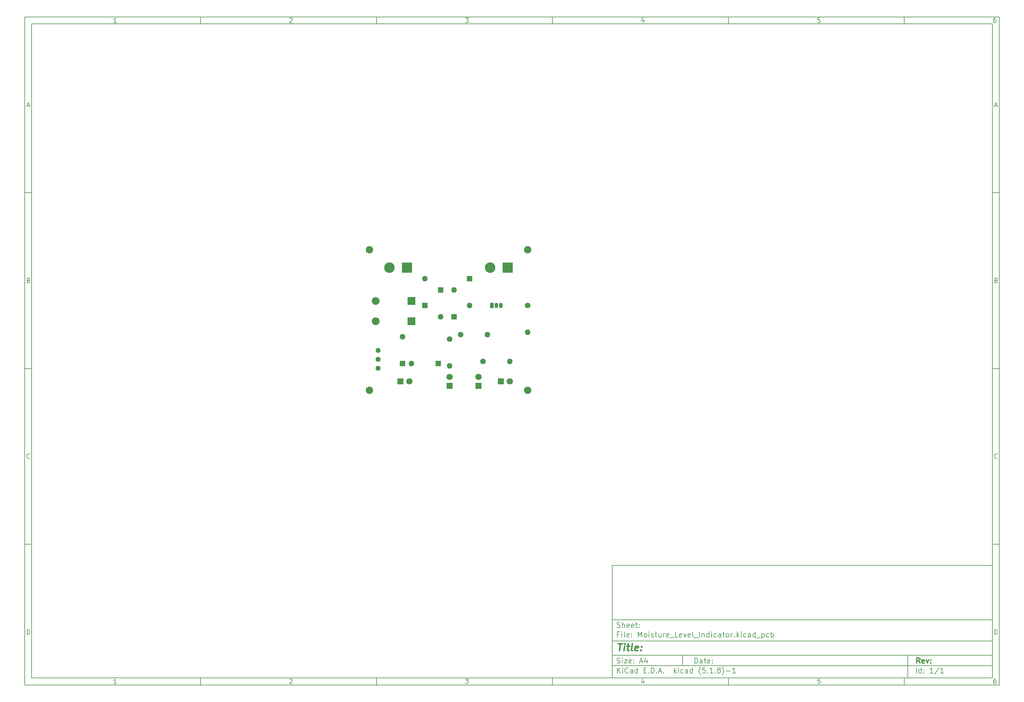
<source format=gts>
%TF.GenerationSoftware,KiCad,Pcbnew,(5.1.8)-1*%
%TF.CreationDate,2021-07-18T22:50:52-07:00*%
%TF.ProjectId,Moisture_Level_Indicator,4d6f6973-7475-4726-955f-4c6576656c5f,rev?*%
%TF.SameCoordinates,Original*%
%TF.FileFunction,Soldermask,Top*%
%TF.FilePolarity,Negative*%
%FSLAX46Y46*%
G04 Gerber Fmt 4.6, Leading zero omitted, Abs format (unit mm)*
G04 Created by KiCad (PCBNEW (5.1.8)-1) date 2021-07-18 22:50:52*
%MOMM*%
%LPD*%
G01*
G04 APERTURE LIST*
%ADD10C,0.100000*%
%ADD11C,0.150000*%
%ADD12C,0.300000*%
%ADD13C,0.400000*%
%ADD14C,2.100000*%
%ADD15R,1.600000X1.600000*%
%ADD16O,1.600000X1.600000*%
%ADD17C,1.800000*%
%ADD18R,1.800000X1.800000*%
%ADD19R,3.000000X3.000000*%
%ADD20C,3.000000*%
%ADD21O,1.050000X1.500000*%
%ADD22R,1.050000X1.500000*%
%ADD23C,1.600000*%
%ADD24C,1.440000*%
%ADD25R,2.200000X2.200000*%
%ADD26O,2.200000X2.200000*%
G04 APERTURE END LIST*
D10*
D11*
X177002200Y-166007200D02*
X177002200Y-198007200D01*
X285002200Y-198007200D01*
X285002200Y-166007200D01*
X177002200Y-166007200D01*
D10*
D11*
X10000000Y-10000000D02*
X10000000Y-200007200D01*
X287002200Y-200007200D01*
X287002200Y-10000000D01*
X10000000Y-10000000D01*
D10*
D11*
X12000000Y-12000000D02*
X12000000Y-198007200D01*
X285002200Y-198007200D01*
X285002200Y-12000000D01*
X12000000Y-12000000D01*
D10*
D11*
X60000000Y-12000000D02*
X60000000Y-10000000D01*
D10*
D11*
X110000000Y-12000000D02*
X110000000Y-10000000D01*
D10*
D11*
X160000000Y-12000000D02*
X160000000Y-10000000D01*
D10*
D11*
X210000000Y-12000000D02*
X210000000Y-10000000D01*
D10*
D11*
X260000000Y-12000000D02*
X260000000Y-10000000D01*
D10*
D11*
X36065476Y-11588095D02*
X35322619Y-11588095D01*
X35694047Y-11588095D02*
X35694047Y-10288095D01*
X35570238Y-10473809D01*
X35446428Y-10597619D01*
X35322619Y-10659523D01*
D10*
D11*
X85322619Y-10411904D02*
X85384523Y-10350000D01*
X85508333Y-10288095D01*
X85817857Y-10288095D01*
X85941666Y-10350000D01*
X86003571Y-10411904D01*
X86065476Y-10535714D01*
X86065476Y-10659523D01*
X86003571Y-10845238D01*
X85260714Y-11588095D01*
X86065476Y-11588095D01*
D10*
D11*
X135260714Y-10288095D02*
X136065476Y-10288095D01*
X135632142Y-10783333D01*
X135817857Y-10783333D01*
X135941666Y-10845238D01*
X136003571Y-10907142D01*
X136065476Y-11030952D01*
X136065476Y-11340476D01*
X136003571Y-11464285D01*
X135941666Y-11526190D01*
X135817857Y-11588095D01*
X135446428Y-11588095D01*
X135322619Y-11526190D01*
X135260714Y-11464285D01*
D10*
D11*
X185941666Y-10721428D02*
X185941666Y-11588095D01*
X185632142Y-10226190D02*
X185322619Y-11154761D01*
X186127380Y-11154761D01*
D10*
D11*
X236003571Y-10288095D02*
X235384523Y-10288095D01*
X235322619Y-10907142D01*
X235384523Y-10845238D01*
X235508333Y-10783333D01*
X235817857Y-10783333D01*
X235941666Y-10845238D01*
X236003571Y-10907142D01*
X236065476Y-11030952D01*
X236065476Y-11340476D01*
X236003571Y-11464285D01*
X235941666Y-11526190D01*
X235817857Y-11588095D01*
X235508333Y-11588095D01*
X235384523Y-11526190D01*
X235322619Y-11464285D01*
D10*
D11*
X285941666Y-10288095D02*
X285694047Y-10288095D01*
X285570238Y-10350000D01*
X285508333Y-10411904D01*
X285384523Y-10597619D01*
X285322619Y-10845238D01*
X285322619Y-11340476D01*
X285384523Y-11464285D01*
X285446428Y-11526190D01*
X285570238Y-11588095D01*
X285817857Y-11588095D01*
X285941666Y-11526190D01*
X286003571Y-11464285D01*
X286065476Y-11340476D01*
X286065476Y-11030952D01*
X286003571Y-10907142D01*
X285941666Y-10845238D01*
X285817857Y-10783333D01*
X285570238Y-10783333D01*
X285446428Y-10845238D01*
X285384523Y-10907142D01*
X285322619Y-11030952D01*
D10*
D11*
X60000000Y-198007200D02*
X60000000Y-200007200D01*
D10*
D11*
X110000000Y-198007200D02*
X110000000Y-200007200D01*
D10*
D11*
X160000000Y-198007200D02*
X160000000Y-200007200D01*
D10*
D11*
X210000000Y-198007200D02*
X210000000Y-200007200D01*
D10*
D11*
X260000000Y-198007200D02*
X260000000Y-200007200D01*
D10*
D11*
X36065476Y-199595295D02*
X35322619Y-199595295D01*
X35694047Y-199595295D02*
X35694047Y-198295295D01*
X35570238Y-198481009D01*
X35446428Y-198604819D01*
X35322619Y-198666723D01*
D10*
D11*
X85322619Y-198419104D02*
X85384523Y-198357200D01*
X85508333Y-198295295D01*
X85817857Y-198295295D01*
X85941666Y-198357200D01*
X86003571Y-198419104D01*
X86065476Y-198542914D01*
X86065476Y-198666723D01*
X86003571Y-198852438D01*
X85260714Y-199595295D01*
X86065476Y-199595295D01*
D10*
D11*
X135260714Y-198295295D02*
X136065476Y-198295295D01*
X135632142Y-198790533D01*
X135817857Y-198790533D01*
X135941666Y-198852438D01*
X136003571Y-198914342D01*
X136065476Y-199038152D01*
X136065476Y-199347676D01*
X136003571Y-199471485D01*
X135941666Y-199533390D01*
X135817857Y-199595295D01*
X135446428Y-199595295D01*
X135322619Y-199533390D01*
X135260714Y-199471485D01*
D10*
D11*
X185941666Y-198728628D02*
X185941666Y-199595295D01*
X185632142Y-198233390D02*
X185322619Y-199161961D01*
X186127380Y-199161961D01*
D10*
D11*
X236003571Y-198295295D02*
X235384523Y-198295295D01*
X235322619Y-198914342D01*
X235384523Y-198852438D01*
X235508333Y-198790533D01*
X235817857Y-198790533D01*
X235941666Y-198852438D01*
X236003571Y-198914342D01*
X236065476Y-199038152D01*
X236065476Y-199347676D01*
X236003571Y-199471485D01*
X235941666Y-199533390D01*
X235817857Y-199595295D01*
X235508333Y-199595295D01*
X235384523Y-199533390D01*
X235322619Y-199471485D01*
D10*
D11*
X285941666Y-198295295D02*
X285694047Y-198295295D01*
X285570238Y-198357200D01*
X285508333Y-198419104D01*
X285384523Y-198604819D01*
X285322619Y-198852438D01*
X285322619Y-199347676D01*
X285384523Y-199471485D01*
X285446428Y-199533390D01*
X285570238Y-199595295D01*
X285817857Y-199595295D01*
X285941666Y-199533390D01*
X286003571Y-199471485D01*
X286065476Y-199347676D01*
X286065476Y-199038152D01*
X286003571Y-198914342D01*
X285941666Y-198852438D01*
X285817857Y-198790533D01*
X285570238Y-198790533D01*
X285446428Y-198852438D01*
X285384523Y-198914342D01*
X285322619Y-199038152D01*
D10*
D11*
X10000000Y-60000000D02*
X12000000Y-60000000D01*
D10*
D11*
X10000000Y-110000000D02*
X12000000Y-110000000D01*
D10*
D11*
X10000000Y-160000000D02*
X12000000Y-160000000D01*
D10*
D11*
X10690476Y-35216666D02*
X11309523Y-35216666D01*
X10566666Y-35588095D02*
X11000000Y-34288095D01*
X11433333Y-35588095D01*
D10*
D11*
X11092857Y-84907142D02*
X11278571Y-84969047D01*
X11340476Y-85030952D01*
X11402380Y-85154761D01*
X11402380Y-85340476D01*
X11340476Y-85464285D01*
X11278571Y-85526190D01*
X11154761Y-85588095D01*
X10659523Y-85588095D01*
X10659523Y-84288095D01*
X11092857Y-84288095D01*
X11216666Y-84350000D01*
X11278571Y-84411904D01*
X11340476Y-84535714D01*
X11340476Y-84659523D01*
X11278571Y-84783333D01*
X11216666Y-84845238D01*
X11092857Y-84907142D01*
X10659523Y-84907142D01*
D10*
D11*
X11402380Y-135464285D02*
X11340476Y-135526190D01*
X11154761Y-135588095D01*
X11030952Y-135588095D01*
X10845238Y-135526190D01*
X10721428Y-135402380D01*
X10659523Y-135278571D01*
X10597619Y-135030952D01*
X10597619Y-134845238D01*
X10659523Y-134597619D01*
X10721428Y-134473809D01*
X10845238Y-134350000D01*
X11030952Y-134288095D01*
X11154761Y-134288095D01*
X11340476Y-134350000D01*
X11402380Y-134411904D01*
D10*
D11*
X10659523Y-185588095D02*
X10659523Y-184288095D01*
X10969047Y-184288095D01*
X11154761Y-184350000D01*
X11278571Y-184473809D01*
X11340476Y-184597619D01*
X11402380Y-184845238D01*
X11402380Y-185030952D01*
X11340476Y-185278571D01*
X11278571Y-185402380D01*
X11154761Y-185526190D01*
X10969047Y-185588095D01*
X10659523Y-185588095D01*
D10*
D11*
X287002200Y-60000000D02*
X285002200Y-60000000D01*
D10*
D11*
X287002200Y-110000000D02*
X285002200Y-110000000D01*
D10*
D11*
X287002200Y-160000000D02*
X285002200Y-160000000D01*
D10*
D11*
X285692676Y-35216666D02*
X286311723Y-35216666D01*
X285568866Y-35588095D02*
X286002200Y-34288095D01*
X286435533Y-35588095D01*
D10*
D11*
X286095057Y-84907142D02*
X286280771Y-84969047D01*
X286342676Y-85030952D01*
X286404580Y-85154761D01*
X286404580Y-85340476D01*
X286342676Y-85464285D01*
X286280771Y-85526190D01*
X286156961Y-85588095D01*
X285661723Y-85588095D01*
X285661723Y-84288095D01*
X286095057Y-84288095D01*
X286218866Y-84350000D01*
X286280771Y-84411904D01*
X286342676Y-84535714D01*
X286342676Y-84659523D01*
X286280771Y-84783333D01*
X286218866Y-84845238D01*
X286095057Y-84907142D01*
X285661723Y-84907142D01*
D10*
D11*
X286404580Y-135464285D02*
X286342676Y-135526190D01*
X286156961Y-135588095D01*
X286033152Y-135588095D01*
X285847438Y-135526190D01*
X285723628Y-135402380D01*
X285661723Y-135278571D01*
X285599819Y-135030952D01*
X285599819Y-134845238D01*
X285661723Y-134597619D01*
X285723628Y-134473809D01*
X285847438Y-134350000D01*
X286033152Y-134288095D01*
X286156961Y-134288095D01*
X286342676Y-134350000D01*
X286404580Y-134411904D01*
D10*
D11*
X285661723Y-185588095D02*
X285661723Y-184288095D01*
X285971247Y-184288095D01*
X286156961Y-184350000D01*
X286280771Y-184473809D01*
X286342676Y-184597619D01*
X286404580Y-184845238D01*
X286404580Y-185030952D01*
X286342676Y-185278571D01*
X286280771Y-185402380D01*
X286156961Y-185526190D01*
X285971247Y-185588095D01*
X285661723Y-185588095D01*
D10*
D11*
X200434342Y-193785771D02*
X200434342Y-192285771D01*
X200791485Y-192285771D01*
X201005771Y-192357200D01*
X201148628Y-192500057D01*
X201220057Y-192642914D01*
X201291485Y-192928628D01*
X201291485Y-193142914D01*
X201220057Y-193428628D01*
X201148628Y-193571485D01*
X201005771Y-193714342D01*
X200791485Y-193785771D01*
X200434342Y-193785771D01*
X202577200Y-193785771D02*
X202577200Y-193000057D01*
X202505771Y-192857200D01*
X202362914Y-192785771D01*
X202077200Y-192785771D01*
X201934342Y-192857200D01*
X202577200Y-193714342D02*
X202434342Y-193785771D01*
X202077200Y-193785771D01*
X201934342Y-193714342D01*
X201862914Y-193571485D01*
X201862914Y-193428628D01*
X201934342Y-193285771D01*
X202077200Y-193214342D01*
X202434342Y-193214342D01*
X202577200Y-193142914D01*
X203077200Y-192785771D02*
X203648628Y-192785771D01*
X203291485Y-192285771D02*
X203291485Y-193571485D01*
X203362914Y-193714342D01*
X203505771Y-193785771D01*
X203648628Y-193785771D01*
X204720057Y-193714342D02*
X204577200Y-193785771D01*
X204291485Y-193785771D01*
X204148628Y-193714342D01*
X204077200Y-193571485D01*
X204077200Y-193000057D01*
X204148628Y-192857200D01*
X204291485Y-192785771D01*
X204577200Y-192785771D01*
X204720057Y-192857200D01*
X204791485Y-193000057D01*
X204791485Y-193142914D01*
X204077200Y-193285771D01*
X205434342Y-193642914D02*
X205505771Y-193714342D01*
X205434342Y-193785771D01*
X205362914Y-193714342D01*
X205434342Y-193642914D01*
X205434342Y-193785771D01*
X205434342Y-192857200D02*
X205505771Y-192928628D01*
X205434342Y-193000057D01*
X205362914Y-192928628D01*
X205434342Y-192857200D01*
X205434342Y-193000057D01*
D10*
D11*
X177002200Y-194507200D02*
X285002200Y-194507200D01*
D10*
D11*
X178434342Y-196585771D02*
X178434342Y-195085771D01*
X179291485Y-196585771D02*
X178648628Y-195728628D01*
X179291485Y-195085771D02*
X178434342Y-195942914D01*
X179934342Y-196585771D02*
X179934342Y-195585771D01*
X179934342Y-195085771D02*
X179862914Y-195157200D01*
X179934342Y-195228628D01*
X180005771Y-195157200D01*
X179934342Y-195085771D01*
X179934342Y-195228628D01*
X181505771Y-196442914D02*
X181434342Y-196514342D01*
X181220057Y-196585771D01*
X181077200Y-196585771D01*
X180862914Y-196514342D01*
X180720057Y-196371485D01*
X180648628Y-196228628D01*
X180577200Y-195942914D01*
X180577200Y-195728628D01*
X180648628Y-195442914D01*
X180720057Y-195300057D01*
X180862914Y-195157200D01*
X181077200Y-195085771D01*
X181220057Y-195085771D01*
X181434342Y-195157200D01*
X181505771Y-195228628D01*
X182791485Y-196585771D02*
X182791485Y-195800057D01*
X182720057Y-195657200D01*
X182577200Y-195585771D01*
X182291485Y-195585771D01*
X182148628Y-195657200D01*
X182791485Y-196514342D02*
X182648628Y-196585771D01*
X182291485Y-196585771D01*
X182148628Y-196514342D01*
X182077200Y-196371485D01*
X182077200Y-196228628D01*
X182148628Y-196085771D01*
X182291485Y-196014342D01*
X182648628Y-196014342D01*
X182791485Y-195942914D01*
X184148628Y-196585771D02*
X184148628Y-195085771D01*
X184148628Y-196514342D02*
X184005771Y-196585771D01*
X183720057Y-196585771D01*
X183577200Y-196514342D01*
X183505771Y-196442914D01*
X183434342Y-196300057D01*
X183434342Y-195871485D01*
X183505771Y-195728628D01*
X183577200Y-195657200D01*
X183720057Y-195585771D01*
X184005771Y-195585771D01*
X184148628Y-195657200D01*
X186005771Y-195800057D02*
X186505771Y-195800057D01*
X186720057Y-196585771D02*
X186005771Y-196585771D01*
X186005771Y-195085771D01*
X186720057Y-195085771D01*
X187362914Y-196442914D02*
X187434342Y-196514342D01*
X187362914Y-196585771D01*
X187291485Y-196514342D01*
X187362914Y-196442914D01*
X187362914Y-196585771D01*
X188077200Y-196585771D02*
X188077200Y-195085771D01*
X188434342Y-195085771D01*
X188648628Y-195157200D01*
X188791485Y-195300057D01*
X188862914Y-195442914D01*
X188934342Y-195728628D01*
X188934342Y-195942914D01*
X188862914Y-196228628D01*
X188791485Y-196371485D01*
X188648628Y-196514342D01*
X188434342Y-196585771D01*
X188077200Y-196585771D01*
X189577200Y-196442914D02*
X189648628Y-196514342D01*
X189577200Y-196585771D01*
X189505771Y-196514342D01*
X189577200Y-196442914D01*
X189577200Y-196585771D01*
X190220057Y-196157200D02*
X190934342Y-196157200D01*
X190077200Y-196585771D02*
X190577200Y-195085771D01*
X191077200Y-196585771D01*
X191577200Y-196442914D02*
X191648628Y-196514342D01*
X191577200Y-196585771D01*
X191505771Y-196514342D01*
X191577200Y-196442914D01*
X191577200Y-196585771D01*
X194577200Y-196585771D02*
X194577200Y-195085771D01*
X194720057Y-196014342D02*
X195148628Y-196585771D01*
X195148628Y-195585771D02*
X194577200Y-196157200D01*
X195791485Y-196585771D02*
X195791485Y-195585771D01*
X195791485Y-195085771D02*
X195720057Y-195157200D01*
X195791485Y-195228628D01*
X195862914Y-195157200D01*
X195791485Y-195085771D01*
X195791485Y-195228628D01*
X197148628Y-196514342D02*
X197005771Y-196585771D01*
X196720057Y-196585771D01*
X196577200Y-196514342D01*
X196505771Y-196442914D01*
X196434342Y-196300057D01*
X196434342Y-195871485D01*
X196505771Y-195728628D01*
X196577200Y-195657200D01*
X196720057Y-195585771D01*
X197005771Y-195585771D01*
X197148628Y-195657200D01*
X198434342Y-196585771D02*
X198434342Y-195800057D01*
X198362914Y-195657200D01*
X198220057Y-195585771D01*
X197934342Y-195585771D01*
X197791485Y-195657200D01*
X198434342Y-196514342D02*
X198291485Y-196585771D01*
X197934342Y-196585771D01*
X197791485Y-196514342D01*
X197720057Y-196371485D01*
X197720057Y-196228628D01*
X197791485Y-196085771D01*
X197934342Y-196014342D01*
X198291485Y-196014342D01*
X198434342Y-195942914D01*
X199791485Y-196585771D02*
X199791485Y-195085771D01*
X199791485Y-196514342D02*
X199648628Y-196585771D01*
X199362914Y-196585771D01*
X199220057Y-196514342D01*
X199148628Y-196442914D01*
X199077200Y-196300057D01*
X199077200Y-195871485D01*
X199148628Y-195728628D01*
X199220057Y-195657200D01*
X199362914Y-195585771D01*
X199648628Y-195585771D01*
X199791485Y-195657200D01*
X202077200Y-197157200D02*
X202005771Y-197085771D01*
X201862914Y-196871485D01*
X201791485Y-196728628D01*
X201720057Y-196514342D01*
X201648628Y-196157200D01*
X201648628Y-195871485D01*
X201720057Y-195514342D01*
X201791485Y-195300057D01*
X201862914Y-195157200D01*
X202005771Y-194942914D01*
X202077200Y-194871485D01*
X203362914Y-195085771D02*
X202648628Y-195085771D01*
X202577200Y-195800057D01*
X202648628Y-195728628D01*
X202791485Y-195657200D01*
X203148628Y-195657200D01*
X203291485Y-195728628D01*
X203362914Y-195800057D01*
X203434342Y-195942914D01*
X203434342Y-196300057D01*
X203362914Y-196442914D01*
X203291485Y-196514342D01*
X203148628Y-196585771D01*
X202791485Y-196585771D01*
X202648628Y-196514342D01*
X202577200Y-196442914D01*
X204077200Y-196442914D02*
X204148628Y-196514342D01*
X204077200Y-196585771D01*
X204005771Y-196514342D01*
X204077200Y-196442914D01*
X204077200Y-196585771D01*
X205577200Y-196585771D02*
X204720057Y-196585771D01*
X205148628Y-196585771D02*
X205148628Y-195085771D01*
X205005771Y-195300057D01*
X204862914Y-195442914D01*
X204720057Y-195514342D01*
X206220057Y-196442914D02*
X206291485Y-196514342D01*
X206220057Y-196585771D01*
X206148628Y-196514342D01*
X206220057Y-196442914D01*
X206220057Y-196585771D01*
X207148628Y-195728628D02*
X207005771Y-195657200D01*
X206934342Y-195585771D01*
X206862914Y-195442914D01*
X206862914Y-195371485D01*
X206934342Y-195228628D01*
X207005771Y-195157200D01*
X207148628Y-195085771D01*
X207434342Y-195085771D01*
X207577200Y-195157200D01*
X207648628Y-195228628D01*
X207720057Y-195371485D01*
X207720057Y-195442914D01*
X207648628Y-195585771D01*
X207577200Y-195657200D01*
X207434342Y-195728628D01*
X207148628Y-195728628D01*
X207005771Y-195800057D01*
X206934342Y-195871485D01*
X206862914Y-196014342D01*
X206862914Y-196300057D01*
X206934342Y-196442914D01*
X207005771Y-196514342D01*
X207148628Y-196585771D01*
X207434342Y-196585771D01*
X207577200Y-196514342D01*
X207648628Y-196442914D01*
X207720057Y-196300057D01*
X207720057Y-196014342D01*
X207648628Y-195871485D01*
X207577200Y-195800057D01*
X207434342Y-195728628D01*
X208220057Y-197157200D02*
X208291485Y-197085771D01*
X208434342Y-196871485D01*
X208505771Y-196728628D01*
X208577200Y-196514342D01*
X208648628Y-196157200D01*
X208648628Y-195871485D01*
X208577200Y-195514342D01*
X208505771Y-195300057D01*
X208434342Y-195157200D01*
X208291485Y-194942914D01*
X208220057Y-194871485D01*
X209362914Y-196014342D02*
X210505771Y-196014342D01*
X212005771Y-196585771D02*
X211148628Y-196585771D01*
X211577200Y-196585771D02*
X211577200Y-195085771D01*
X211434342Y-195300057D01*
X211291485Y-195442914D01*
X211148628Y-195514342D01*
D10*
D11*
X177002200Y-191507200D02*
X285002200Y-191507200D01*
D10*
D12*
X264411485Y-193785771D02*
X263911485Y-193071485D01*
X263554342Y-193785771D02*
X263554342Y-192285771D01*
X264125771Y-192285771D01*
X264268628Y-192357200D01*
X264340057Y-192428628D01*
X264411485Y-192571485D01*
X264411485Y-192785771D01*
X264340057Y-192928628D01*
X264268628Y-193000057D01*
X264125771Y-193071485D01*
X263554342Y-193071485D01*
X265625771Y-193714342D02*
X265482914Y-193785771D01*
X265197200Y-193785771D01*
X265054342Y-193714342D01*
X264982914Y-193571485D01*
X264982914Y-193000057D01*
X265054342Y-192857200D01*
X265197200Y-192785771D01*
X265482914Y-192785771D01*
X265625771Y-192857200D01*
X265697200Y-193000057D01*
X265697200Y-193142914D01*
X264982914Y-193285771D01*
X266197200Y-192785771D02*
X266554342Y-193785771D01*
X266911485Y-192785771D01*
X267482914Y-193642914D02*
X267554342Y-193714342D01*
X267482914Y-193785771D01*
X267411485Y-193714342D01*
X267482914Y-193642914D01*
X267482914Y-193785771D01*
X267482914Y-192857200D02*
X267554342Y-192928628D01*
X267482914Y-193000057D01*
X267411485Y-192928628D01*
X267482914Y-192857200D01*
X267482914Y-193000057D01*
D10*
D11*
X178362914Y-193714342D02*
X178577200Y-193785771D01*
X178934342Y-193785771D01*
X179077200Y-193714342D01*
X179148628Y-193642914D01*
X179220057Y-193500057D01*
X179220057Y-193357200D01*
X179148628Y-193214342D01*
X179077200Y-193142914D01*
X178934342Y-193071485D01*
X178648628Y-193000057D01*
X178505771Y-192928628D01*
X178434342Y-192857200D01*
X178362914Y-192714342D01*
X178362914Y-192571485D01*
X178434342Y-192428628D01*
X178505771Y-192357200D01*
X178648628Y-192285771D01*
X179005771Y-192285771D01*
X179220057Y-192357200D01*
X179862914Y-193785771D02*
X179862914Y-192785771D01*
X179862914Y-192285771D02*
X179791485Y-192357200D01*
X179862914Y-192428628D01*
X179934342Y-192357200D01*
X179862914Y-192285771D01*
X179862914Y-192428628D01*
X180434342Y-192785771D02*
X181220057Y-192785771D01*
X180434342Y-193785771D01*
X181220057Y-193785771D01*
X182362914Y-193714342D02*
X182220057Y-193785771D01*
X181934342Y-193785771D01*
X181791485Y-193714342D01*
X181720057Y-193571485D01*
X181720057Y-193000057D01*
X181791485Y-192857200D01*
X181934342Y-192785771D01*
X182220057Y-192785771D01*
X182362914Y-192857200D01*
X182434342Y-193000057D01*
X182434342Y-193142914D01*
X181720057Y-193285771D01*
X183077200Y-193642914D02*
X183148628Y-193714342D01*
X183077200Y-193785771D01*
X183005771Y-193714342D01*
X183077200Y-193642914D01*
X183077200Y-193785771D01*
X183077200Y-192857200D02*
X183148628Y-192928628D01*
X183077200Y-193000057D01*
X183005771Y-192928628D01*
X183077200Y-192857200D01*
X183077200Y-193000057D01*
X184862914Y-193357200D02*
X185577200Y-193357200D01*
X184720057Y-193785771D02*
X185220057Y-192285771D01*
X185720057Y-193785771D01*
X186862914Y-192785771D02*
X186862914Y-193785771D01*
X186505771Y-192214342D02*
X186148628Y-193285771D01*
X187077200Y-193285771D01*
D10*
D11*
X263434342Y-196585771D02*
X263434342Y-195085771D01*
X264791485Y-196585771D02*
X264791485Y-195085771D01*
X264791485Y-196514342D02*
X264648628Y-196585771D01*
X264362914Y-196585771D01*
X264220057Y-196514342D01*
X264148628Y-196442914D01*
X264077200Y-196300057D01*
X264077200Y-195871485D01*
X264148628Y-195728628D01*
X264220057Y-195657200D01*
X264362914Y-195585771D01*
X264648628Y-195585771D01*
X264791485Y-195657200D01*
X265505771Y-196442914D02*
X265577200Y-196514342D01*
X265505771Y-196585771D01*
X265434342Y-196514342D01*
X265505771Y-196442914D01*
X265505771Y-196585771D01*
X265505771Y-195657200D02*
X265577200Y-195728628D01*
X265505771Y-195800057D01*
X265434342Y-195728628D01*
X265505771Y-195657200D01*
X265505771Y-195800057D01*
X268148628Y-196585771D02*
X267291485Y-196585771D01*
X267720057Y-196585771D02*
X267720057Y-195085771D01*
X267577200Y-195300057D01*
X267434342Y-195442914D01*
X267291485Y-195514342D01*
X269862914Y-195014342D02*
X268577200Y-196942914D01*
X271148628Y-196585771D02*
X270291485Y-196585771D01*
X270720057Y-196585771D02*
X270720057Y-195085771D01*
X270577200Y-195300057D01*
X270434342Y-195442914D01*
X270291485Y-195514342D01*
D10*
D11*
X177002200Y-187507200D02*
X285002200Y-187507200D01*
D10*
D13*
X178714580Y-188211961D02*
X179857438Y-188211961D01*
X179036009Y-190211961D02*
X179286009Y-188211961D01*
X180274104Y-190211961D02*
X180440771Y-188878628D01*
X180524104Y-188211961D02*
X180416961Y-188307200D01*
X180500295Y-188402438D01*
X180607438Y-188307200D01*
X180524104Y-188211961D01*
X180500295Y-188402438D01*
X181107438Y-188878628D02*
X181869342Y-188878628D01*
X181476485Y-188211961D02*
X181262200Y-189926247D01*
X181333628Y-190116723D01*
X181512200Y-190211961D01*
X181702676Y-190211961D01*
X182655057Y-190211961D02*
X182476485Y-190116723D01*
X182405057Y-189926247D01*
X182619342Y-188211961D01*
X184190771Y-190116723D02*
X183988390Y-190211961D01*
X183607438Y-190211961D01*
X183428866Y-190116723D01*
X183357438Y-189926247D01*
X183452676Y-189164342D01*
X183571723Y-188973866D01*
X183774104Y-188878628D01*
X184155057Y-188878628D01*
X184333628Y-188973866D01*
X184405057Y-189164342D01*
X184381247Y-189354819D01*
X183405057Y-189545295D01*
X185155057Y-190021485D02*
X185238390Y-190116723D01*
X185131247Y-190211961D01*
X185047914Y-190116723D01*
X185155057Y-190021485D01*
X185131247Y-190211961D01*
X185286009Y-188973866D02*
X185369342Y-189069104D01*
X185262200Y-189164342D01*
X185178866Y-189069104D01*
X185286009Y-188973866D01*
X185262200Y-189164342D01*
D10*
D11*
X178934342Y-185600057D02*
X178434342Y-185600057D01*
X178434342Y-186385771D02*
X178434342Y-184885771D01*
X179148628Y-184885771D01*
X179720057Y-186385771D02*
X179720057Y-185385771D01*
X179720057Y-184885771D02*
X179648628Y-184957200D01*
X179720057Y-185028628D01*
X179791485Y-184957200D01*
X179720057Y-184885771D01*
X179720057Y-185028628D01*
X180648628Y-186385771D02*
X180505771Y-186314342D01*
X180434342Y-186171485D01*
X180434342Y-184885771D01*
X181791485Y-186314342D02*
X181648628Y-186385771D01*
X181362914Y-186385771D01*
X181220057Y-186314342D01*
X181148628Y-186171485D01*
X181148628Y-185600057D01*
X181220057Y-185457200D01*
X181362914Y-185385771D01*
X181648628Y-185385771D01*
X181791485Y-185457200D01*
X181862914Y-185600057D01*
X181862914Y-185742914D01*
X181148628Y-185885771D01*
X182505771Y-186242914D02*
X182577200Y-186314342D01*
X182505771Y-186385771D01*
X182434342Y-186314342D01*
X182505771Y-186242914D01*
X182505771Y-186385771D01*
X182505771Y-185457200D02*
X182577200Y-185528628D01*
X182505771Y-185600057D01*
X182434342Y-185528628D01*
X182505771Y-185457200D01*
X182505771Y-185600057D01*
X184362914Y-186385771D02*
X184362914Y-184885771D01*
X184862914Y-185957200D01*
X185362914Y-184885771D01*
X185362914Y-186385771D01*
X186291485Y-186385771D02*
X186148628Y-186314342D01*
X186077200Y-186242914D01*
X186005771Y-186100057D01*
X186005771Y-185671485D01*
X186077200Y-185528628D01*
X186148628Y-185457200D01*
X186291485Y-185385771D01*
X186505771Y-185385771D01*
X186648628Y-185457200D01*
X186720057Y-185528628D01*
X186791485Y-185671485D01*
X186791485Y-186100057D01*
X186720057Y-186242914D01*
X186648628Y-186314342D01*
X186505771Y-186385771D01*
X186291485Y-186385771D01*
X187434342Y-186385771D02*
X187434342Y-185385771D01*
X187434342Y-184885771D02*
X187362914Y-184957200D01*
X187434342Y-185028628D01*
X187505771Y-184957200D01*
X187434342Y-184885771D01*
X187434342Y-185028628D01*
X188077200Y-186314342D02*
X188220057Y-186385771D01*
X188505771Y-186385771D01*
X188648628Y-186314342D01*
X188720057Y-186171485D01*
X188720057Y-186100057D01*
X188648628Y-185957200D01*
X188505771Y-185885771D01*
X188291485Y-185885771D01*
X188148628Y-185814342D01*
X188077200Y-185671485D01*
X188077200Y-185600057D01*
X188148628Y-185457200D01*
X188291485Y-185385771D01*
X188505771Y-185385771D01*
X188648628Y-185457200D01*
X189148628Y-185385771D02*
X189720057Y-185385771D01*
X189362914Y-184885771D02*
X189362914Y-186171485D01*
X189434342Y-186314342D01*
X189577200Y-186385771D01*
X189720057Y-186385771D01*
X190862914Y-185385771D02*
X190862914Y-186385771D01*
X190220057Y-185385771D02*
X190220057Y-186171485D01*
X190291485Y-186314342D01*
X190434342Y-186385771D01*
X190648628Y-186385771D01*
X190791485Y-186314342D01*
X190862914Y-186242914D01*
X191577200Y-186385771D02*
X191577200Y-185385771D01*
X191577200Y-185671485D02*
X191648628Y-185528628D01*
X191720057Y-185457200D01*
X191862914Y-185385771D01*
X192005771Y-185385771D01*
X193077200Y-186314342D02*
X192934342Y-186385771D01*
X192648628Y-186385771D01*
X192505771Y-186314342D01*
X192434342Y-186171485D01*
X192434342Y-185600057D01*
X192505771Y-185457200D01*
X192648628Y-185385771D01*
X192934342Y-185385771D01*
X193077200Y-185457200D01*
X193148628Y-185600057D01*
X193148628Y-185742914D01*
X192434342Y-185885771D01*
X193434342Y-186528628D02*
X194577200Y-186528628D01*
X195648628Y-186385771D02*
X194934342Y-186385771D01*
X194934342Y-184885771D01*
X196720057Y-186314342D02*
X196577200Y-186385771D01*
X196291485Y-186385771D01*
X196148628Y-186314342D01*
X196077200Y-186171485D01*
X196077200Y-185600057D01*
X196148628Y-185457200D01*
X196291485Y-185385771D01*
X196577200Y-185385771D01*
X196720057Y-185457200D01*
X196791485Y-185600057D01*
X196791485Y-185742914D01*
X196077200Y-185885771D01*
X197291485Y-185385771D02*
X197648628Y-186385771D01*
X198005771Y-185385771D01*
X199148628Y-186314342D02*
X199005771Y-186385771D01*
X198720057Y-186385771D01*
X198577200Y-186314342D01*
X198505771Y-186171485D01*
X198505771Y-185600057D01*
X198577200Y-185457200D01*
X198720057Y-185385771D01*
X199005771Y-185385771D01*
X199148628Y-185457200D01*
X199220057Y-185600057D01*
X199220057Y-185742914D01*
X198505771Y-185885771D01*
X200077200Y-186385771D02*
X199934342Y-186314342D01*
X199862914Y-186171485D01*
X199862914Y-184885771D01*
X200291485Y-186528628D02*
X201434342Y-186528628D01*
X201791485Y-186385771D02*
X201791485Y-184885771D01*
X202505771Y-185385771D02*
X202505771Y-186385771D01*
X202505771Y-185528628D02*
X202577200Y-185457200D01*
X202720057Y-185385771D01*
X202934342Y-185385771D01*
X203077200Y-185457200D01*
X203148628Y-185600057D01*
X203148628Y-186385771D01*
X204505771Y-186385771D02*
X204505771Y-184885771D01*
X204505771Y-186314342D02*
X204362914Y-186385771D01*
X204077200Y-186385771D01*
X203934342Y-186314342D01*
X203862914Y-186242914D01*
X203791485Y-186100057D01*
X203791485Y-185671485D01*
X203862914Y-185528628D01*
X203934342Y-185457200D01*
X204077200Y-185385771D01*
X204362914Y-185385771D01*
X204505771Y-185457200D01*
X205220057Y-186385771D02*
X205220057Y-185385771D01*
X205220057Y-184885771D02*
X205148628Y-184957200D01*
X205220057Y-185028628D01*
X205291485Y-184957200D01*
X205220057Y-184885771D01*
X205220057Y-185028628D01*
X206577200Y-186314342D02*
X206434342Y-186385771D01*
X206148628Y-186385771D01*
X206005771Y-186314342D01*
X205934342Y-186242914D01*
X205862914Y-186100057D01*
X205862914Y-185671485D01*
X205934342Y-185528628D01*
X206005771Y-185457200D01*
X206148628Y-185385771D01*
X206434342Y-185385771D01*
X206577200Y-185457200D01*
X207862914Y-186385771D02*
X207862914Y-185600057D01*
X207791485Y-185457200D01*
X207648628Y-185385771D01*
X207362914Y-185385771D01*
X207220057Y-185457200D01*
X207862914Y-186314342D02*
X207720057Y-186385771D01*
X207362914Y-186385771D01*
X207220057Y-186314342D01*
X207148628Y-186171485D01*
X207148628Y-186028628D01*
X207220057Y-185885771D01*
X207362914Y-185814342D01*
X207720057Y-185814342D01*
X207862914Y-185742914D01*
X208362914Y-185385771D02*
X208934342Y-185385771D01*
X208577200Y-184885771D02*
X208577200Y-186171485D01*
X208648628Y-186314342D01*
X208791485Y-186385771D01*
X208934342Y-186385771D01*
X209648628Y-186385771D02*
X209505771Y-186314342D01*
X209434342Y-186242914D01*
X209362914Y-186100057D01*
X209362914Y-185671485D01*
X209434342Y-185528628D01*
X209505771Y-185457200D01*
X209648628Y-185385771D01*
X209862914Y-185385771D01*
X210005771Y-185457200D01*
X210077200Y-185528628D01*
X210148628Y-185671485D01*
X210148628Y-186100057D01*
X210077200Y-186242914D01*
X210005771Y-186314342D01*
X209862914Y-186385771D01*
X209648628Y-186385771D01*
X210791485Y-186385771D02*
X210791485Y-185385771D01*
X210791485Y-185671485D02*
X210862914Y-185528628D01*
X210934342Y-185457200D01*
X211077200Y-185385771D01*
X211220057Y-185385771D01*
X211720057Y-186242914D02*
X211791485Y-186314342D01*
X211720057Y-186385771D01*
X211648628Y-186314342D01*
X211720057Y-186242914D01*
X211720057Y-186385771D01*
X212434342Y-186385771D02*
X212434342Y-184885771D01*
X212577200Y-185814342D02*
X213005771Y-186385771D01*
X213005771Y-185385771D02*
X212434342Y-185957200D01*
X213648628Y-186385771D02*
X213648628Y-185385771D01*
X213648628Y-184885771D02*
X213577200Y-184957200D01*
X213648628Y-185028628D01*
X213720057Y-184957200D01*
X213648628Y-184885771D01*
X213648628Y-185028628D01*
X215005771Y-186314342D02*
X214862914Y-186385771D01*
X214577200Y-186385771D01*
X214434342Y-186314342D01*
X214362914Y-186242914D01*
X214291485Y-186100057D01*
X214291485Y-185671485D01*
X214362914Y-185528628D01*
X214434342Y-185457200D01*
X214577200Y-185385771D01*
X214862914Y-185385771D01*
X215005771Y-185457200D01*
X216291485Y-186385771D02*
X216291485Y-185600057D01*
X216220057Y-185457200D01*
X216077200Y-185385771D01*
X215791485Y-185385771D01*
X215648628Y-185457200D01*
X216291485Y-186314342D02*
X216148628Y-186385771D01*
X215791485Y-186385771D01*
X215648628Y-186314342D01*
X215577200Y-186171485D01*
X215577200Y-186028628D01*
X215648628Y-185885771D01*
X215791485Y-185814342D01*
X216148628Y-185814342D01*
X216291485Y-185742914D01*
X217648628Y-186385771D02*
X217648628Y-184885771D01*
X217648628Y-186314342D02*
X217505771Y-186385771D01*
X217220057Y-186385771D01*
X217077200Y-186314342D01*
X217005771Y-186242914D01*
X216934342Y-186100057D01*
X216934342Y-185671485D01*
X217005771Y-185528628D01*
X217077200Y-185457200D01*
X217220057Y-185385771D01*
X217505771Y-185385771D01*
X217648628Y-185457200D01*
X218005771Y-186528628D02*
X219148628Y-186528628D01*
X219505771Y-185385771D02*
X219505771Y-186885771D01*
X219505771Y-185457200D02*
X219648628Y-185385771D01*
X219934342Y-185385771D01*
X220077200Y-185457200D01*
X220148628Y-185528628D01*
X220220057Y-185671485D01*
X220220057Y-186100057D01*
X220148628Y-186242914D01*
X220077200Y-186314342D01*
X219934342Y-186385771D01*
X219648628Y-186385771D01*
X219505771Y-186314342D01*
X221505771Y-186314342D02*
X221362914Y-186385771D01*
X221077200Y-186385771D01*
X220934342Y-186314342D01*
X220862914Y-186242914D01*
X220791485Y-186100057D01*
X220791485Y-185671485D01*
X220862914Y-185528628D01*
X220934342Y-185457200D01*
X221077200Y-185385771D01*
X221362914Y-185385771D01*
X221505771Y-185457200D01*
X222148628Y-186385771D02*
X222148628Y-184885771D01*
X222148628Y-185457200D02*
X222291485Y-185385771D01*
X222577200Y-185385771D01*
X222720057Y-185457200D01*
X222791485Y-185528628D01*
X222862914Y-185671485D01*
X222862914Y-186100057D01*
X222791485Y-186242914D01*
X222720057Y-186314342D01*
X222577200Y-186385771D01*
X222291485Y-186385771D01*
X222148628Y-186314342D01*
D10*
D11*
X177002200Y-181507200D02*
X285002200Y-181507200D01*
D10*
D11*
X178362914Y-183614342D02*
X178577200Y-183685771D01*
X178934342Y-183685771D01*
X179077200Y-183614342D01*
X179148628Y-183542914D01*
X179220057Y-183400057D01*
X179220057Y-183257200D01*
X179148628Y-183114342D01*
X179077200Y-183042914D01*
X178934342Y-182971485D01*
X178648628Y-182900057D01*
X178505771Y-182828628D01*
X178434342Y-182757200D01*
X178362914Y-182614342D01*
X178362914Y-182471485D01*
X178434342Y-182328628D01*
X178505771Y-182257200D01*
X178648628Y-182185771D01*
X179005771Y-182185771D01*
X179220057Y-182257200D01*
X179862914Y-183685771D02*
X179862914Y-182185771D01*
X180505771Y-183685771D02*
X180505771Y-182900057D01*
X180434342Y-182757200D01*
X180291485Y-182685771D01*
X180077200Y-182685771D01*
X179934342Y-182757200D01*
X179862914Y-182828628D01*
X181791485Y-183614342D02*
X181648628Y-183685771D01*
X181362914Y-183685771D01*
X181220057Y-183614342D01*
X181148628Y-183471485D01*
X181148628Y-182900057D01*
X181220057Y-182757200D01*
X181362914Y-182685771D01*
X181648628Y-182685771D01*
X181791485Y-182757200D01*
X181862914Y-182900057D01*
X181862914Y-183042914D01*
X181148628Y-183185771D01*
X183077200Y-183614342D02*
X182934342Y-183685771D01*
X182648628Y-183685771D01*
X182505771Y-183614342D01*
X182434342Y-183471485D01*
X182434342Y-182900057D01*
X182505771Y-182757200D01*
X182648628Y-182685771D01*
X182934342Y-182685771D01*
X183077200Y-182757200D01*
X183148628Y-182900057D01*
X183148628Y-183042914D01*
X182434342Y-183185771D01*
X183577200Y-182685771D02*
X184148628Y-182685771D01*
X183791485Y-182185771D02*
X183791485Y-183471485D01*
X183862914Y-183614342D01*
X184005771Y-183685771D01*
X184148628Y-183685771D01*
X184648628Y-183542914D02*
X184720057Y-183614342D01*
X184648628Y-183685771D01*
X184577200Y-183614342D01*
X184648628Y-183542914D01*
X184648628Y-183685771D01*
X184648628Y-182757200D02*
X184720057Y-182828628D01*
X184648628Y-182900057D01*
X184577200Y-182828628D01*
X184648628Y-182757200D01*
X184648628Y-182900057D01*
D10*
D11*
X197002200Y-191507200D02*
X197002200Y-194507200D01*
D10*
D11*
X261002200Y-191507200D02*
X261002200Y-198007200D01*
D14*
%TO.C,REF\u002A\u002A*%
X152950000Y-116200000D03*
%TD*%
%TO.C,REF\u002A\u002A*%
X107950000Y-116200000D03*
%TD*%
%TO.C,REF\u002A\u002A*%
X152950000Y-76200000D03*
%TD*%
%TO.C,REF\u002A\u002A*%
X107950000Y-76200000D03*
%TD*%
D15*
%TO.C,D1*%
X136440000Y-84455000D03*
D16*
X136440000Y-92075000D03*
%TD*%
D15*
%TO.C,D2*%
X123740000Y-92075000D03*
D16*
X123740000Y-84455000D03*
%TD*%
%TO.C,D3*%
X128185000Y-95250000D03*
D15*
X128185000Y-87630000D03*
%TD*%
D16*
%TO.C,D4*%
X131995000Y-87630000D03*
D15*
X131995000Y-95250000D03*
%TD*%
%TO.C,D5*%
X117390000Y-108585000D03*
D16*
X117390000Y-100965000D03*
%TD*%
%TO.C,D6*%
X119930000Y-108585000D03*
D15*
X127550000Y-108585000D03*
%TD*%
D17*
%TO.C,D1-1*%
X119295000Y-113665000D03*
D18*
X116755000Y-113665000D03*
%TD*%
D17*
%TO.C,D1-2*%
X130725000Y-112395000D03*
D18*
X130725000Y-114935000D03*
%TD*%
%TO.C,D1-3*%
X138980000Y-114935000D03*
D17*
X138980000Y-112395000D03*
%TD*%
D18*
%TO.C,D1-4*%
X145330000Y-113665000D03*
D17*
X147870000Y-113665000D03*
%TD*%
D19*
%TO.C,J1*%
X118660000Y-81280000D03*
D20*
X113660000Y-81280000D03*
%TD*%
%TO.C,J2*%
X142235000Y-81280000D03*
D19*
X147235000Y-81280000D03*
%TD*%
D21*
%TO.C,Q1*%
X144060000Y-92075000D03*
X145330000Y-92075000D03*
D22*
X142790000Y-92075000D03*
%TD*%
D16*
%TO.C,R1*%
X152950000Y-99695000D03*
D23*
X152950000Y-92075000D03*
%TD*%
D16*
%TO.C,R2*%
X130725000Y-109220000D03*
D23*
X130725000Y-101600000D03*
%TD*%
%TO.C,R3*%
X133900000Y-100330000D03*
D16*
X141520000Y-100330000D03*
%TD*%
D23*
%TO.C,R4*%
X140250000Y-107950000D03*
D16*
X147870000Y-107950000D03*
%TD*%
D24*
%TO.C,R5*%
X110405000Y-109885001D03*
X110405000Y-107345001D03*
X110405000Y-104805001D03*
%TD*%
D25*
%TO.C,ZD1*%
X119930000Y-96520000D03*
D26*
X109770000Y-96520000D03*
%TD*%
%TO.C,ZD2*%
X109770000Y-90805000D03*
D25*
X119930000Y-90805000D03*
%TD*%
M02*

</source>
